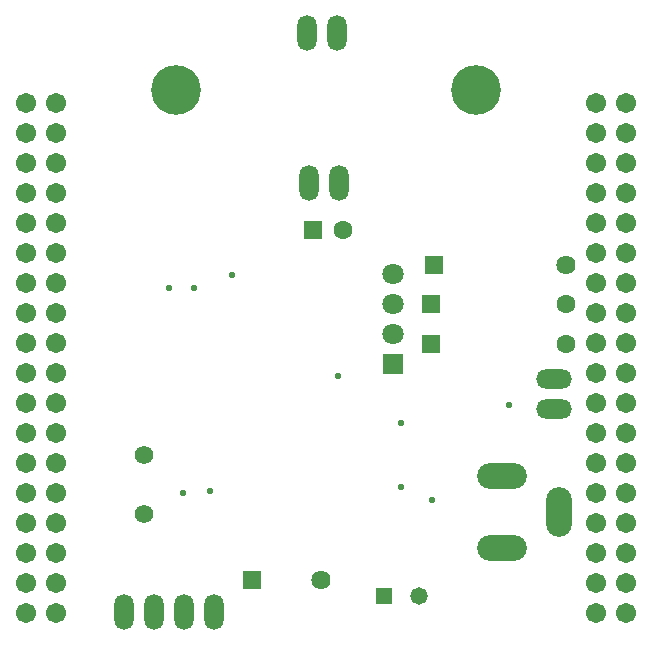
<source format=gbs>
G04*
G04 #@! TF.GenerationSoftware,Altium Limited,Altium Designer,22.8.2 (66)*
G04*
G04 Layer_Color=16711935*
%FSLAX44Y44*%
%MOMM*%
G71*
G04*
G04 #@! TF.SameCoordinates,DB24DA2D-5A1C-4FC3-BAC6-6F5E0011B9E5*
G04*
G04*
G04 #@! TF.FilePolarity,Negative*
G04*
G01*
G75*
%ADD48O,1.6256X3.0480*%
%ADD49C,1.6012*%
%ADD50R,1.6012X1.6012*%
%ADD51O,3.0480X1.6256*%
%ADD52C,1.8084*%
%ADD53R,1.8084X1.8084*%
%ADD54C,1.6002*%
%ADD55R,1.6002X1.6002*%
%ADD56C,1.6256*%
%ADD57R,1.6256X1.6256*%
%ADD58C,4.2083*%
%ADD59C,1.4732*%
%ADD60R,1.4732X1.4732*%
%ADD61C,1.5748*%
%ADD62O,2.2032X4.2032*%
%ADD63O,4.2032X2.2032*%
%ADD64C,1.7112*%
%ADD65C,0.5532*%
D48*
X184404Y25123D02*
D03*
X159004D02*
D03*
X133604D02*
D03*
X108204D02*
D03*
X289052Y515089D02*
D03*
X263652D02*
D03*
X290830Y388343D02*
D03*
X265430D02*
D03*
D49*
X293878Y347957D02*
D03*
D50*
X268478D02*
D03*
D51*
X472694Y222481D02*
D03*
Y197081D02*
D03*
D52*
X336550Y310873D02*
D03*
Y285473D02*
D03*
Y260073D02*
D03*
D53*
Y234673D02*
D03*
D54*
X482473Y285473D02*
D03*
Y251945D02*
D03*
D55*
X368173Y285473D02*
D03*
Y251945D02*
D03*
D56*
X482346Y318493D02*
D03*
X274828Y52047D02*
D03*
D57*
X370586Y318493D02*
D03*
X216916Y52047D02*
D03*
D58*
X152400Y466575D02*
D03*
X406400D02*
D03*
D59*
X358394Y38585D02*
D03*
D60*
X328422D02*
D03*
D61*
X125730Y107927D02*
D03*
Y157965D02*
D03*
D62*
X476499Y109197D02*
D03*
D63*
X428498Y79197D02*
D03*
Y140198D02*
D03*
D64*
X507746Y24130D02*
D03*
X533146D02*
D03*
X507746Y49530D02*
D03*
X533146D02*
D03*
X507746Y100330D02*
D03*
X533146D02*
D03*
X507746Y74930D02*
D03*
X533146D02*
D03*
X25146Y24130D02*
D03*
X50546D02*
D03*
X25146Y49530D02*
D03*
X50546D02*
D03*
X25146Y100330D02*
D03*
X50546D02*
D03*
X25146Y74930D02*
D03*
X50546D02*
D03*
X507746Y125730D02*
D03*
X533146D02*
D03*
X507746Y151130D02*
D03*
X533146D02*
D03*
X25146Y125730D02*
D03*
X50546D02*
D03*
X25146Y151130D02*
D03*
X50546D02*
D03*
X507746Y455930D02*
D03*
X533146D02*
D03*
X507746Y430530D02*
D03*
X533146D02*
D03*
X507746Y405130D02*
D03*
X533146D02*
D03*
X507746Y379730D02*
D03*
X533146D02*
D03*
X507746Y354330D02*
D03*
X533146D02*
D03*
X507746Y328930D02*
D03*
X533146D02*
D03*
X507746Y303530D02*
D03*
X533146D02*
D03*
X507746Y278130D02*
D03*
X533146D02*
D03*
X507746Y252730D02*
D03*
X533146D02*
D03*
X507746Y227330D02*
D03*
X533146D02*
D03*
X507746Y201930D02*
D03*
X533146D02*
D03*
X507746Y176530D02*
D03*
X533146D02*
D03*
X25146Y455930D02*
D03*
X50546D02*
D03*
X25146Y430530D02*
D03*
X50546D02*
D03*
X25146Y405130D02*
D03*
X50546D02*
D03*
X25146Y379730D02*
D03*
X50546D02*
D03*
X25146Y354330D02*
D03*
X50546D02*
D03*
X25146Y328930D02*
D03*
X50546D02*
D03*
X25146Y303530D02*
D03*
X50546D02*
D03*
X25146Y278130D02*
D03*
X50546D02*
D03*
X25146Y252730D02*
D03*
X50546D02*
D03*
X25146Y227330D02*
D03*
X50546D02*
D03*
X25146Y201930D02*
D03*
X50546D02*
D03*
X25146Y176530D02*
D03*
X50546D02*
D03*
D65*
X342900Y185143D02*
D03*
X289560Y224767D02*
D03*
X342900Y130279D02*
D03*
X368808Y119611D02*
D03*
X158496Y125707D02*
D03*
X199644Y310111D02*
D03*
X434340Y200383D02*
D03*
X181356Y127231D02*
D03*
X146304Y299443D02*
D03*
X167640D02*
D03*
M02*

</source>
